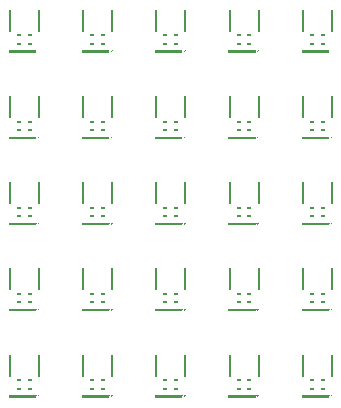
<source format=gbp>
G04 #@! TF.GenerationSoftware,KiCad,Pcbnew,5.0.2-bee76a0~70~ubuntu18.04.1*
G04 #@! TF.CreationDate,2018-12-05T20:22:07+01:00*
G04 #@! TF.ProjectId,noname,6e6f6e61-6d65-42e6-9b69-6361645f7063,rev?*
G04 #@! TF.SameCoordinates,Original*
G04 #@! TF.FileFunction,Paste,Bot*
G04 #@! TF.FilePolarity,Positive*
%FSLAX46Y46*%
G04 Gerber Fmt 4.6, Leading zero omitted, Abs format (unit mm)*
G04 Created by KiCad (PCBNEW 5.0.2-bee76a0~70~ubuntu18.04.1) date Wed 05 Dec 2018 20:22:07 CET*
%MOMM*%
%LPD*%
G01*
G04 APERTURE LIST*
%ADD10R,0.447600X0.247600*%
%ADD11C,0.197600*%
%ADD12C,0.100000*%
%ADD13R,0.197600X1.847600*%
G04 APERTURE END LIST*
D10*
G04 #@! TO.C,U1*
X137350000Y-123870000D03*
X136450000Y-123870000D03*
X137350000Y-123170000D03*
X136450000Y-123170000D03*
D11*
X136725000Y-124545000D03*
D12*
G36*
X138166036Y-124446200D02*
X138026200Y-124586036D01*
X138026200Y-124450439D01*
X138166036Y-124446200D01*
X138166036Y-124446200D01*
G37*
G36*
X138026200Y-124446200D02*
X138026200Y-124450439D01*
X138012211Y-124450863D01*
X138026200Y-124446200D01*
X138026200Y-124446200D01*
G37*
G36*
X137873800Y-124446200D02*
X137873800Y-124455059D01*
X138012211Y-124450863D01*
X137873800Y-124497000D01*
X137873800Y-124643800D01*
X135576200Y-124643800D01*
X135576200Y-124446200D01*
X137873800Y-124446200D01*
X137873800Y-124446200D01*
G37*
D13*
X138125000Y-121920000D03*
X135675000Y-121920000D03*
G04 #@! TD*
D10*
G04 #@! TO.C,U1*
X131150000Y-123870000D03*
X130250000Y-123870000D03*
X131150000Y-123170000D03*
X130250000Y-123170000D03*
D11*
X130525000Y-124545000D03*
D12*
G36*
X131966036Y-124446200D02*
X131826200Y-124586036D01*
X131826200Y-124450439D01*
X131966036Y-124446200D01*
X131966036Y-124446200D01*
G37*
G36*
X131826200Y-124446200D02*
X131826200Y-124450439D01*
X131812211Y-124450863D01*
X131826200Y-124446200D01*
X131826200Y-124446200D01*
G37*
G36*
X131673800Y-124446200D02*
X131673800Y-124455059D01*
X131812211Y-124450863D01*
X131673800Y-124497000D01*
X131673800Y-124643800D01*
X129376200Y-124643800D01*
X129376200Y-124446200D01*
X131673800Y-124446200D01*
X131673800Y-124446200D01*
G37*
D13*
X131925000Y-121920000D03*
X129475000Y-121920000D03*
G04 #@! TD*
D10*
G04 #@! TO.C,U1*
X124950000Y-123870000D03*
X124050000Y-123870000D03*
X124950000Y-123170000D03*
X124050000Y-123170000D03*
D11*
X124325000Y-124545000D03*
D12*
G36*
X125766036Y-124446200D02*
X125626200Y-124586036D01*
X125626200Y-124450439D01*
X125766036Y-124446200D01*
X125766036Y-124446200D01*
G37*
G36*
X125626200Y-124446200D02*
X125626200Y-124450439D01*
X125612211Y-124450863D01*
X125626200Y-124446200D01*
X125626200Y-124446200D01*
G37*
G36*
X125473800Y-124446200D02*
X125473800Y-124455059D01*
X125612211Y-124450863D01*
X125473800Y-124497000D01*
X125473800Y-124643800D01*
X123176200Y-124643800D01*
X123176200Y-124446200D01*
X125473800Y-124446200D01*
X125473800Y-124446200D01*
G37*
D13*
X125725000Y-121920000D03*
X123275000Y-121920000D03*
G04 #@! TD*
D10*
G04 #@! TO.C,U1*
X118750000Y-123870000D03*
X117850000Y-123870000D03*
X118750000Y-123170000D03*
X117850000Y-123170000D03*
D11*
X118125000Y-124545000D03*
D12*
G36*
X119566036Y-124446200D02*
X119426200Y-124586036D01*
X119426200Y-124450439D01*
X119566036Y-124446200D01*
X119566036Y-124446200D01*
G37*
G36*
X119426200Y-124446200D02*
X119426200Y-124450439D01*
X119412211Y-124450863D01*
X119426200Y-124446200D01*
X119426200Y-124446200D01*
G37*
G36*
X119273800Y-124446200D02*
X119273800Y-124455059D01*
X119412211Y-124450863D01*
X119273800Y-124497000D01*
X119273800Y-124643800D01*
X116976200Y-124643800D01*
X116976200Y-124446200D01*
X119273800Y-124446200D01*
X119273800Y-124446200D01*
G37*
D13*
X119525000Y-121920000D03*
X117075000Y-121920000D03*
G04 #@! TD*
D10*
G04 #@! TO.C,U1*
X112550000Y-123870000D03*
X111650000Y-123870000D03*
X112550000Y-123170000D03*
X111650000Y-123170000D03*
D11*
X111925000Y-124545000D03*
D12*
G36*
X113366036Y-124446200D02*
X113226200Y-124586036D01*
X113226200Y-124450439D01*
X113366036Y-124446200D01*
X113366036Y-124446200D01*
G37*
G36*
X113226200Y-124446200D02*
X113226200Y-124450439D01*
X113212211Y-124450863D01*
X113226200Y-124446200D01*
X113226200Y-124446200D01*
G37*
G36*
X113073800Y-124446200D02*
X113073800Y-124455059D01*
X113212211Y-124450863D01*
X113073800Y-124497000D01*
X113073800Y-124643800D01*
X110776200Y-124643800D01*
X110776200Y-124446200D01*
X113073800Y-124446200D01*
X113073800Y-124446200D01*
G37*
D13*
X113325000Y-121920000D03*
X110875000Y-121920000D03*
G04 #@! TD*
D10*
G04 #@! TO.C,U1*
X137350000Y-116570000D03*
X136450000Y-116570000D03*
X137350000Y-115870000D03*
X136450000Y-115870000D03*
D11*
X136725000Y-117245000D03*
D12*
G36*
X138166036Y-117146200D02*
X138026200Y-117286036D01*
X138026200Y-117150439D01*
X138166036Y-117146200D01*
X138166036Y-117146200D01*
G37*
G36*
X138026200Y-117146200D02*
X138026200Y-117150439D01*
X138012211Y-117150863D01*
X138026200Y-117146200D01*
X138026200Y-117146200D01*
G37*
G36*
X137873800Y-117146200D02*
X137873800Y-117155059D01*
X138012211Y-117150863D01*
X137873800Y-117197000D01*
X137873800Y-117343800D01*
X135576200Y-117343800D01*
X135576200Y-117146200D01*
X137873800Y-117146200D01*
X137873800Y-117146200D01*
G37*
D13*
X138125000Y-114620000D03*
X135675000Y-114620000D03*
G04 #@! TD*
D10*
G04 #@! TO.C,U1*
X131150000Y-116570000D03*
X130250000Y-116570000D03*
X131150000Y-115870000D03*
X130250000Y-115870000D03*
D11*
X130525000Y-117245000D03*
D12*
G36*
X131966036Y-117146200D02*
X131826200Y-117286036D01*
X131826200Y-117150439D01*
X131966036Y-117146200D01*
X131966036Y-117146200D01*
G37*
G36*
X131826200Y-117146200D02*
X131826200Y-117150439D01*
X131812211Y-117150863D01*
X131826200Y-117146200D01*
X131826200Y-117146200D01*
G37*
G36*
X131673800Y-117146200D02*
X131673800Y-117155059D01*
X131812211Y-117150863D01*
X131673800Y-117197000D01*
X131673800Y-117343800D01*
X129376200Y-117343800D01*
X129376200Y-117146200D01*
X131673800Y-117146200D01*
X131673800Y-117146200D01*
G37*
D13*
X131925000Y-114620000D03*
X129475000Y-114620000D03*
G04 #@! TD*
D10*
G04 #@! TO.C,U1*
X124950000Y-116570000D03*
X124050000Y-116570000D03*
X124950000Y-115870000D03*
X124050000Y-115870000D03*
D11*
X124325000Y-117245000D03*
D12*
G36*
X125766036Y-117146200D02*
X125626200Y-117286036D01*
X125626200Y-117150439D01*
X125766036Y-117146200D01*
X125766036Y-117146200D01*
G37*
G36*
X125626200Y-117146200D02*
X125626200Y-117150439D01*
X125612211Y-117150863D01*
X125626200Y-117146200D01*
X125626200Y-117146200D01*
G37*
G36*
X125473800Y-117146200D02*
X125473800Y-117155059D01*
X125612211Y-117150863D01*
X125473800Y-117197000D01*
X125473800Y-117343800D01*
X123176200Y-117343800D01*
X123176200Y-117146200D01*
X125473800Y-117146200D01*
X125473800Y-117146200D01*
G37*
D13*
X125725000Y-114620000D03*
X123275000Y-114620000D03*
G04 #@! TD*
D10*
G04 #@! TO.C,U1*
X118750000Y-116570000D03*
X117850000Y-116570000D03*
X118750000Y-115870000D03*
X117850000Y-115870000D03*
D11*
X118125000Y-117245000D03*
D12*
G36*
X119566036Y-117146200D02*
X119426200Y-117286036D01*
X119426200Y-117150439D01*
X119566036Y-117146200D01*
X119566036Y-117146200D01*
G37*
G36*
X119426200Y-117146200D02*
X119426200Y-117150439D01*
X119412211Y-117150863D01*
X119426200Y-117146200D01*
X119426200Y-117146200D01*
G37*
G36*
X119273800Y-117146200D02*
X119273800Y-117155059D01*
X119412211Y-117150863D01*
X119273800Y-117197000D01*
X119273800Y-117343800D01*
X116976200Y-117343800D01*
X116976200Y-117146200D01*
X119273800Y-117146200D01*
X119273800Y-117146200D01*
G37*
D13*
X119525000Y-114620000D03*
X117075000Y-114620000D03*
G04 #@! TD*
D10*
G04 #@! TO.C,U1*
X112550000Y-116570000D03*
X111650000Y-116570000D03*
X112550000Y-115870000D03*
X111650000Y-115870000D03*
D11*
X111925000Y-117245000D03*
D12*
G36*
X113366036Y-117146200D02*
X113226200Y-117286036D01*
X113226200Y-117150439D01*
X113366036Y-117146200D01*
X113366036Y-117146200D01*
G37*
G36*
X113226200Y-117146200D02*
X113226200Y-117150439D01*
X113212211Y-117150863D01*
X113226200Y-117146200D01*
X113226200Y-117146200D01*
G37*
G36*
X113073800Y-117146200D02*
X113073800Y-117155059D01*
X113212211Y-117150863D01*
X113073800Y-117197000D01*
X113073800Y-117343800D01*
X110776200Y-117343800D01*
X110776200Y-117146200D01*
X113073800Y-117146200D01*
X113073800Y-117146200D01*
G37*
D13*
X113325000Y-114620000D03*
X110875000Y-114620000D03*
G04 #@! TD*
D10*
G04 #@! TO.C,U1*
X137350000Y-109270000D03*
X136450000Y-109270000D03*
X137350000Y-108570000D03*
X136450000Y-108570000D03*
D11*
X136725000Y-109945000D03*
D12*
G36*
X138166036Y-109846200D02*
X138026200Y-109986036D01*
X138026200Y-109850439D01*
X138166036Y-109846200D01*
X138166036Y-109846200D01*
G37*
G36*
X138026200Y-109846200D02*
X138026200Y-109850439D01*
X138012211Y-109850863D01*
X138026200Y-109846200D01*
X138026200Y-109846200D01*
G37*
G36*
X137873800Y-109846200D02*
X137873800Y-109855059D01*
X138012211Y-109850863D01*
X137873800Y-109897000D01*
X137873800Y-110043800D01*
X135576200Y-110043800D01*
X135576200Y-109846200D01*
X137873800Y-109846200D01*
X137873800Y-109846200D01*
G37*
D13*
X138125000Y-107320000D03*
X135675000Y-107320000D03*
G04 #@! TD*
D10*
G04 #@! TO.C,U1*
X131150000Y-109270000D03*
X130250000Y-109270000D03*
X131150000Y-108570000D03*
X130250000Y-108570000D03*
D11*
X130525000Y-109945000D03*
D12*
G36*
X131966036Y-109846200D02*
X131826200Y-109986036D01*
X131826200Y-109850439D01*
X131966036Y-109846200D01*
X131966036Y-109846200D01*
G37*
G36*
X131826200Y-109846200D02*
X131826200Y-109850439D01*
X131812211Y-109850863D01*
X131826200Y-109846200D01*
X131826200Y-109846200D01*
G37*
G36*
X131673800Y-109846200D02*
X131673800Y-109855059D01*
X131812211Y-109850863D01*
X131673800Y-109897000D01*
X131673800Y-110043800D01*
X129376200Y-110043800D01*
X129376200Y-109846200D01*
X131673800Y-109846200D01*
X131673800Y-109846200D01*
G37*
D13*
X131925000Y-107320000D03*
X129475000Y-107320000D03*
G04 #@! TD*
D10*
G04 #@! TO.C,U1*
X124950000Y-109270000D03*
X124050000Y-109270000D03*
X124950000Y-108570000D03*
X124050000Y-108570000D03*
D11*
X124325000Y-109945000D03*
D12*
G36*
X125766036Y-109846200D02*
X125626200Y-109986036D01*
X125626200Y-109850439D01*
X125766036Y-109846200D01*
X125766036Y-109846200D01*
G37*
G36*
X125626200Y-109846200D02*
X125626200Y-109850439D01*
X125612211Y-109850863D01*
X125626200Y-109846200D01*
X125626200Y-109846200D01*
G37*
G36*
X125473800Y-109846200D02*
X125473800Y-109855059D01*
X125612211Y-109850863D01*
X125473800Y-109897000D01*
X125473800Y-110043800D01*
X123176200Y-110043800D01*
X123176200Y-109846200D01*
X125473800Y-109846200D01*
X125473800Y-109846200D01*
G37*
D13*
X125725000Y-107320000D03*
X123275000Y-107320000D03*
G04 #@! TD*
D10*
G04 #@! TO.C,U1*
X118750000Y-109270000D03*
X117850000Y-109270000D03*
X118750000Y-108570000D03*
X117850000Y-108570000D03*
D11*
X118125000Y-109945000D03*
D12*
G36*
X119566036Y-109846200D02*
X119426200Y-109986036D01*
X119426200Y-109850439D01*
X119566036Y-109846200D01*
X119566036Y-109846200D01*
G37*
G36*
X119426200Y-109846200D02*
X119426200Y-109850439D01*
X119412211Y-109850863D01*
X119426200Y-109846200D01*
X119426200Y-109846200D01*
G37*
G36*
X119273800Y-109846200D02*
X119273800Y-109855059D01*
X119412211Y-109850863D01*
X119273800Y-109897000D01*
X119273800Y-110043800D01*
X116976200Y-110043800D01*
X116976200Y-109846200D01*
X119273800Y-109846200D01*
X119273800Y-109846200D01*
G37*
D13*
X119525000Y-107320000D03*
X117075000Y-107320000D03*
G04 #@! TD*
D10*
G04 #@! TO.C,U1*
X112550000Y-109270000D03*
X111650000Y-109270000D03*
X112550000Y-108570000D03*
X111650000Y-108570000D03*
D11*
X111925000Y-109945000D03*
D12*
G36*
X113366036Y-109846200D02*
X113226200Y-109986036D01*
X113226200Y-109850439D01*
X113366036Y-109846200D01*
X113366036Y-109846200D01*
G37*
G36*
X113226200Y-109846200D02*
X113226200Y-109850439D01*
X113212211Y-109850863D01*
X113226200Y-109846200D01*
X113226200Y-109846200D01*
G37*
G36*
X113073800Y-109846200D02*
X113073800Y-109855059D01*
X113212211Y-109850863D01*
X113073800Y-109897000D01*
X113073800Y-110043800D01*
X110776200Y-110043800D01*
X110776200Y-109846200D01*
X113073800Y-109846200D01*
X113073800Y-109846200D01*
G37*
D13*
X113325000Y-107320000D03*
X110875000Y-107320000D03*
G04 #@! TD*
D10*
G04 #@! TO.C,U1*
X137350000Y-101970000D03*
X136450000Y-101970000D03*
X137350000Y-101270000D03*
X136450000Y-101270000D03*
D11*
X136725000Y-102645000D03*
D12*
G36*
X138166036Y-102546200D02*
X138026200Y-102686036D01*
X138026200Y-102550439D01*
X138166036Y-102546200D01*
X138166036Y-102546200D01*
G37*
G36*
X138026200Y-102546200D02*
X138026200Y-102550439D01*
X138012211Y-102550863D01*
X138026200Y-102546200D01*
X138026200Y-102546200D01*
G37*
G36*
X137873800Y-102546200D02*
X137873800Y-102555059D01*
X138012211Y-102550863D01*
X137873800Y-102597000D01*
X137873800Y-102743800D01*
X135576200Y-102743800D01*
X135576200Y-102546200D01*
X137873800Y-102546200D01*
X137873800Y-102546200D01*
G37*
D13*
X138125000Y-100020000D03*
X135675000Y-100020000D03*
G04 #@! TD*
D10*
G04 #@! TO.C,U1*
X131150000Y-101970000D03*
X130250000Y-101970000D03*
X131150000Y-101270000D03*
X130250000Y-101270000D03*
D11*
X130525000Y-102645000D03*
D12*
G36*
X131966036Y-102546200D02*
X131826200Y-102686036D01*
X131826200Y-102550439D01*
X131966036Y-102546200D01*
X131966036Y-102546200D01*
G37*
G36*
X131826200Y-102546200D02*
X131826200Y-102550439D01*
X131812211Y-102550863D01*
X131826200Y-102546200D01*
X131826200Y-102546200D01*
G37*
G36*
X131673800Y-102546200D02*
X131673800Y-102555059D01*
X131812211Y-102550863D01*
X131673800Y-102597000D01*
X131673800Y-102743800D01*
X129376200Y-102743800D01*
X129376200Y-102546200D01*
X131673800Y-102546200D01*
X131673800Y-102546200D01*
G37*
D13*
X131925000Y-100020000D03*
X129475000Y-100020000D03*
G04 #@! TD*
D10*
G04 #@! TO.C,U1*
X124950000Y-101970000D03*
X124050000Y-101970000D03*
X124950000Y-101270000D03*
X124050000Y-101270000D03*
D11*
X124325000Y-102645000D03*
D12*
G36*
X125766036Y-102546200D02*
X125626200Y-102686036D01*
X125626200Y-102550439D01*
X125766036Y-102546200D01*
X125766036Y-102546200D01*
G37*
G36*
X125626200Y-102546200D02*
X125626200Y-102550439D01*
X125612211Y-102550863D01*
X125626200Y-102546200D01*
X125626200Y-102546200D01*
G37*
G36*
X125473800Y-102546200D02*
X125473800Y-102555059D01*
X125612211Y-102550863D01*
X125473800Y-102597000D01*
X125473800Y-102743800D01*
X123176200Y-102743800D01*
X123176200Y-102546200D01*
X125473800Y-102546200D01*
X125473800Y-102546200D01*
G37*
D13*
X125725000Y-100020000D03*
X123275000Y-100020000D03*
G04 #@! TD*
D10*
G04 #@! TO.C,U1*
X118750000Y-101970000D03*
X117850000Y-101970000D03*
X118750000Y-101270000D03*
X117850000Y-101270000D03*
D11*
X118125000Y-102645000D03*
D12*
G36*
X119566036Y-102546200D02*
X119426200Y-102686036D01*
X119426200Y-102550439D01*
X119566036Y-102546200D01*
X119566036Y-102546200D01*
G37*
G36*
X119426200Y-102546200D02*
X119426200Y-102550439D01*
X119412211Y-102550863D01*
X119426200Y-102546200D01*
X119426200Y-102546200D01*
G37*
G36*
X119273800Y-102546200D02*
X119273800Y-102555059D01*
X119412211Y-102550863D01*
X119273800Y-102597000D01*
X119273800Y-102743800D01*
X116976200Y-102743800D01*
X116976200Y-102546200D01*
X119273800Y-102546200D01*
X119273800Y-102546200D01*
G37*
D13*
X119525000Y-100020000D03*
X117075000Y-100020000D03*
G04 #@! TD*
D10*
G04 #@! TO.C,U1*
X112550000Y-101970000D03*
X111650000Y-101970000D03*
X112550000Y-101270000D03*
X111650000Y-101270000D03*
D11*
X111925000Y-102645000D03*
D12*
G36*
X113366036Y-102546200D02*
X113226200Y-102686036D01*
X113226200Y-102550439D01*
X113366036Y-102546200D01*
X113366036Y-102546200D01*
G37*
G36*
X113226200Y-102546200D02*
X113226200Y-102550439D01*
X113212211Y-102550863D01*
X113226200Y-102546200D01*
X113226200Y-102546200D01*
G37*
G36*
X113073800Y-102546200D02*
X113073800Y-102555059D01*
X113212211Y-102550863D01*
X113073800Y-102597000D01*
X113073800Y-102743800D01*
X110776200Y-102743800D01*
X110776200Y-102546200D01*
X113073800Y-102546200D01*
X113073800Y-102546200D01*
G37*
D13*
X113325000Y-100020000D03*
X110875000Y-100020000D03*
G04 #@! TD*
D10*
G04 #@! TO.C,U1*
X137350000Y-94670000D03*
X136450000Y-94670000D03*
X137350000Y-93970000D03*
X136450000Y-93970000D03*
D11*
X136725000Y-95345000D03*
D12*
G36*
X138166036Y-95246200D02*
X138026200Y-95386036D01*
X138026200Y-95250439D01*
X138166036Y-95246200D01*
X138166036Y-95246200D01*
G37*
G36*
X138026200Y-95246200D02*
X138026200Y-95250439D01*
X138012211Y-95250863D01*
X138026200Y-95246200D01*
X138026200Y-95246200D01*
G37*
G36*
X137873800Y-95246200D02*
X137873800Y-95255059D01*
X138012211Y-95250863D01*
X137873800Y-95297000D01*
X137873800Y-95443800D01*
X135576200Y-95443800D01*
X135576200Y-95246200D01*
X137873800Y-95246200D01*
X137873800Y-95246200D01*
G37*
D13*
X138125000Y-92720000D03*
X135675000Y-92720000D03*
G04 #@! TD*
D10*
G04 #@! TO.C,U1*
X131150000Y-94670000D03*
X130250000Y-94670000D03*
X131150000Y-93970000D03*
X130250000Y-93970000D03*
D11*
X130525000Y-95345000D03*
D12*
G36*
X131966036Y-95246200D02*
X131826200Y-95386036D01*
X131826200Y-95250439D01*
X131966036Y-95246200D01*
X131966036Y-95246200D01*
G37*
G36*
X131826200Y-95246200D02*
X131826200Y-95250439D01*
X131812211Y-95250863D01*
X131826200Y-95246200D01*
X131826200Y-95246200D01*
G37*
G36*
X131673800Y-95246200D02*
X131673800Y-95255059D01*
X131812211Y-95250863D01*
X131673800Y-95297000D01*
X131673800Y-95443800D01*
X129376200Y-95443800D01*
X129376200Y-95246200D01*
X131673800Y-95246200D01*
X131673800Y-95246200D01*
G37*
D13*
X131925000Y-92720000D03*
X129475000Y-92720000D03*
G04 #@! TD*
D10*
G04 #@! TO.C,U1*
X124950000Y-94670000D03*
X124050000Y-94670000D03*
X124950000Y-93970000D03*
X124050000Y-93970000D03*
D11*
X124325000Y-95345000D03*
D12*
G36*
X125766036Y-95246200D02*
X125626200Y-95386036D01*
X125626200Y-95250439D01*
X125766036Y-95246200D01*
X125766036Y-95246200D01*
G37*
G36*
X125626200Y-95246200D02*
X125626200Y-95250439D01*
X125612211Y-95250863D01*
X125626200Y-95246200D01*
X125626200Y-95246200D01*
G37*
G36*
X125473800Y-95246200D02*
X125473800Y-95255059D01*
X125612211Y-95250863D01*
X125473800Y-95297000D01*
X125473800Y-95443800D01*
X123176200Y-95443800D01*
X123176200Y-95246200D01*
X125473800Y-95246200D01*
X125473800Y-95246200D01*
G37*
D13*
X125725000Y-92720000D03*
X123275000Y-92720000D03*
G04 #@! TD*
D10*
G04 #@! TO.C,U1*
X118750000Y-94670000D03*
X117850000Y-94670000D03*
X118750000Y-93970000D03*
X117850000Y-93970000D03*
D11*
X118125000Y-95345000D03*
D12*
G36*
X119566036Y-95246200D02*
X119426200Y-95386036D01*
X119426200Y-95250439D01*
X119566036Y-95246200D01*
X119566036Y-95246200D01*
G37*
G36*
X119426200Y-95246200D02*
X119426200Y-95250439D01*
X119412211Y-95250863D01*
X119426200Y-95246200D01*
X119426200Y-95246200D01*
G37*
G36*
X119273800Y-95246200D02*
X119273800Y-95255059D01*
X119412211Y-95250863D01*
X119273800Y-95297000D01*
X119273800Y-95443800D01*
X116976200Y-95443800D01*
X116976200Y-95246200D01*
X119273800Y-95246200D01*
X119273800Y-95246200D01*
G37*
D13*
X119525000Y-92720000D03*
X117075000Y-92720000D03*
G04 #@! TD*
G04 #@! TO.C,U1*
X110875000Y-92720000D03*
X113325000Y-92720000D03*
D11*
X111925000Y-95345000D03*
D12*
G36*
X113366036Y-95246200D02*
X113226200Y-95386036D01*
X113226200Y-95250439D01*
X113366036Y-95246200D01*
X113366036Y-95246200D01*
G37*
G36*
X113226200Y-95246200D02*
X113226200Y-95250439D01*
X113212211Y-95250863D01*
X113226200Y-95246200D01*
X113226200Y-95246200D01*
G37*
G36*
X113073800Y-95246200D02*
X113073800Y-95255059D01*
X113212211Y-95250863D01*
X113073800Y-95297000D01*
X113073800Y-95443800D01*
X110776200Y-95443800D01*
X110776200Y-95246200D01*
X113073800Y-95246200D01*
X113073800Y-95246200D01*
G37*
D10*
X111650000Y-93970000D03*
X112550000Y-93970000D03*
X111650000Y-94670000D03*
X112550000Y-94670000D03*
G04 #@! TD*
M02*

</source>
